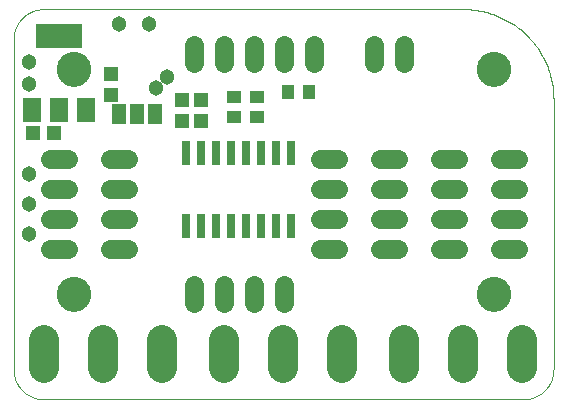
<source format=gts>
G75*
%MOIN*%
%OFA0B0*%
%FSLAX25Y25*%
%IPPOS*%
%LPD*%
%AMOC8*
5,1,8,0,0,1.08239X$1,22.5*
%
%ADD10C,0.00000*%
%ADD11C,0.11424*%
%ADD12R,0.04652X0.04534*%
%ADD13R,0.03000X0.08400*%
%ADD14R,0.04731X0.04337*%
%ADD15C,0.09849*%
%ADD16C,0.06400*%
%ADD17R,0.04337X0.04731*%
%ADD18R,0.05000X0.06700*%
%ADD19R,0.06300X0.08300*%
%ADD20R,0.15400X0.08300*%
%ADD21R,0.04534X0.04652*%
%ADD22C,0.05124*%
D10*
X0022200Y0013565D02*
X0182200Y0013565D01*
X0182442Y0013568D01*
X0182683Y0013577D01*
X0182924Y0013591D01*
X0183165Y0013612D01*
X0183405Y0013638D01*
X0183645Y0013670D01*
X0183884Y0013708D01*
X0184121Y0013751D01*
X0184358Y0013801D01*
X0184593Y0013856D01*
X0184827Y0013916D01*
X0185059Y0013983D01*
X0185290Y0014054D01*
X0185519Y0014132D01*
X0185746Y0014215D01*
X0185971Y0014303D01*
X0186194Y0014397D01*
X0186414Y0014496D01*
X0186632Y0014601D01*
X0186847Y0014710D01*
X0187060Y0014825D01*
X0187270Y0014945D01*
X0187476Y0015070D01*
X0187680Y0015200D01*
X0187881Y0015335D01*
X0188078Y0015475D01*
X0188272Y0015619D01*
X0188462Y0015768D01*
X0188648Y0015922D01*
X0188831Y0016080D01*
X0189010Y0016242D01*
X0189185Y0016409D01*
X0189356Y0016580D01*
X0189523Y0016755D01*
X0189685Y0016934D01*
X0189843Y0017117D01*
X0189997Y0017303D01*
X0190146Y0017493D01*
X0190290Y0017687D01*
X0190430Y0017884D01*
X0190565Y0018085D01*
X0190695Y0018289D01*
X0190820Y0018495D01*
X0190940Y0018705D01*
X0191055Y0018918D01*
X0191164Y0019133D01*
X0191269Y0019351D01*
X0191368Y0019571D01*
X0191462Y0019794D01*
X0191550Y0020019D01*
X0191633Y0020246D01*
X0191711Y0020475D01*
X0191782Y0020706D01*
X0191849Y0020938D01*
X0191909Y0021172D01*
X0191964Y0021407D01*
X0192014Y0021644D01*
X0192057Y0021881D01*
X0192095Y0022120D01*
X0192127Y0022360D01*
X0192153Y0022600D01*
X0192174Y0022841D01*
X0192188Y0023082D01*
X0192197Y0023323D01*
X0192200Y0023565D01*
X0192200Y0113565D01*
X0166688Y0123565D02*
X0166690Y0123713D01*
X0166696Y0123861D01*
X0166706Y0124009D01*
X0166720Y0124156D01*
X0166738Y0124303D01*
X0166759Y0124449D01*
X0166785Y0124595D01*
X0166815Y0124740D01*
X0166848Y0124884D01*
X0166886Y0125027D01*
X0166927Y0125169D01*
X0166972Y0125310D01*
X0167020Y0125450D01*
X0167073Y0125589D01*
X0167129Y0125726D01*
X0167189Y0125861D01*
X0167252Y0125995D01*
X0167319Y0126127D01*
X0167390Y0126257D01*
X0167464Y0126385D01*
X0167541Y0126511D01*
X0167622Y0126635D01*
X0167706Y0126757D01*
X0167793Y0126876D01*
X0167884Y0126993D01*
X0167978Y0127108D01*
X0168074Y0127220D01*
X0168174Y0127330D01*
X0168276Y0127436D01*
X0168382Y0127540D01*
X0168490Y0127641D01*
X0168601Y0127739D01*
X0168714Y0127835D01*
X0168830Y0127927D01*
X0168948Y0128016D01*
X0169069Y0128101D01*
X0169192Y0128184D01*
X0169317Y0128263D01*
X0169444Y0128339D01*
X0169573Y0128411D01*
X0169704Y0128480D01*
X0169837Y0128545D01*
X0169972Y0128606D01*
X0170108Y0128664D01*
X0170245Y0128719D01*
X0170384Y0128769D01*
X0170525Y0128816D01*
X0170666Y0128859D01*
X0170809Y0128899D01*
X0170953Y0128934D01*
X0171097Y0128966D01*
X0171243Y0128993D01*
X0171389Y0129017D01*
X0171536Y0129037D01*
X0171683Y0129053D01*
X0171830Y0129065D01*
X0171978Y0129073D01*
X0172126Y0129077D01*
X0172274Y0129077D01*
X0172422Y0129073D01*
X0172570Y0129065D01*
X0172717Y0129053D01*
X0172864Y0129037D01*
X0173011Y0129017D01*
X0173157Y0128993D01*
X0173303Y0128966D01*
X0173447Y0128934D01*
X0173591Y0128899D01*
X0173734Y0128859D01*
X0173875Y0128816D01*
X0174016Y0128769D01*
X0174155Y0128719D01*
X0174292Y0128664D01*
X0174428Y0128606D01*
X0174563Y0128545D01*
X0174696Y0128480D01*
X0174827Y0128411D01*
X0174956Y0128339D01*
X0175083Y0128263D01*
X0175208Y0128184D01*
X0175331Y0128101D01*
X0175452Y0128016D01*
X0175570Y0127927D01*
X0175686Y0127835D01*
X0175799Y0127739D01*
X0175910Y0127641D01*
X0176018Y0127540D01*
X0176124Y0127436D01*
X0176226Y0127330D01*
X0176326Y0127220D01*
X0176422Y0127108D01*
X0176516Y0126993D01*
X0176607Y0126876D01*
X0176694Y0126757D01*
X0176778Y0126635D01*
X0176859Y0126511D01*
X0176936Y0126385D01*
X0177010Y0126257D01*
X0177081Y0126127D01*
X0177148Y0125995D01*
X0177211Y0125861D01*
X0177271Y0125726D01*
X0177327Y0125589D01*
X0177380Y0125450D01*
X0177428Y0125310D01*
X0177473Y0125169D01*
X0177514Y0125027D01*
X0177552Y0124884D01*
X0177585Y0124740D01*
X0177615Y0124595D01*
X0177641Y0124449D01*
X0177662Y0124303D01*
X0177680Y0124156D01*
X0177694Y0124009D01*
X0177704Y0123861D01*
X0177710Y0123713D01*
X0177712Y0123565D01*
X0177710Y0123417D01*
X0177704Y0123269D01*
X0177694Y0123121D01*
X0177680Y0122974D01*
X0177662Y0122827D01*
X0177641Y0122681D01*
X0177615Y0122535D01*
X0177585Y0122390D01*
X0177552Y0122246D01*
X0177514Y0122103D01*
X0177473Y0121961D01*
X0177428Y0121820D01*
X0177380Y0121680D01*
X0177327Y0121541D01*
X0177271Y0121404D01*
X0177211Y0121269D01*
X0177148Y0121135D01*
X0177081Y0121003D01*
X0177010Y0120873D01*
X0176936Y0120745D01*
X0176859Y0120619D01*
X0176778Y0120495D01*
X0176694Y0120373D01*
X0176607Y0120254D01*
X0176516Y0120137D01*
X0176422Y0120022D01*
X0176326Y0119910D01*
X0176226Y0119800D01*
X0176124Y0119694D01*
X0176018Y0119590D01*
X0175910Y0119489D01*
X0175799Y0119391D01*
X0175686Y0119295D01*
X0175570Y0119203D01*
X0175452Y0119114D01*
X0175331Y0119029D01*
X0175208Y0118946D01*
X0175083Y0118867D01*
X0174956Y0118791D01*
X0174827Y0118719D01*
X0174696Y0118650D01*
X0174563Y0118585D01*
X0174428Y0118524D01*
X0174292Y0118466D01*
X0174155Y0118411D01*
X0174016Y0118361D01*
X0173875Y0118314D01*
X0173734Y0118271D01*
X0173591Y0118231D01*
X0173447Y0118196D01*
X0173303Y0118164D01*
X0173157Y0118137D01*
X0173011Y0118113D01*
X0172864Y0118093D01*
X0172717Y0118077D01*
X0172570Y0118065D01*
X0172422Y0118057D01*
X0172274Y0118053D01*
X0172126Y0118053D01*
X0171978Y0118057D01*
X0171830Y0118065D01*
X0171683Y0118077D01*
X0171536Y0118093D01*
X0171389Y0118113D01*
X0171243Y0118137D01*
X0171097Y0118164D01*
X0170953Y0118196D01*
X0170809Y0118231D01*
X0170666Y0118271D01*
X0170525Y0118314D01*
X0170384Y0118361D01*
X0170245Y0118411D01*
X0170108Y0118466D01*
X0169972Y0118524D01*
X0169837Y0118585D01*
X0169704Y0118650D01*
X0169573Y0118719D01*
X0169444Y0118791D01*
X0169317Y0118867D01*
X0169192Y0118946D01*
X0169069Y0119029D01*
X0168948Y0119114D01*
X0168830Y0119203D01*
X0168714Y0119295D01*
X0168601Y0119391D01*
X0168490Y0119489D01*
X0168382Y0119590D01*
X0168276Y0119694D01*
X0168174Y0119800D01*
X0168074Y0119910D01*
X0167978Y0120022D01*
X0167884Y0120137D01*
X0167793Y0120254D01*
X0167706Y0120373D01*
X0167622Y0120495D01*
X0167541Y0120619D01*
X0167464Y0120745D01*
X0167390Y0120873D01*
X0167319Y0121003D01*
X0167252Y0121135D01*
X0167189Y0121269D01*
X0167129Y0121404D01*
X0167073Y0121541D01*
X0167020Y0121680D01*
X0166972Y0121820D01*
X0166927Y0121961D01*
X0166886Y0122103D01*
X0166848Y0122246D01*
X0166815Y0122390D01*
X0166785Y0122535D01*
X0166759Y0122681D01*
X0166738Y0122827D01*
X0166720Y0122974D01*
X0166706Y0123121D01*
X0166696Y0123269D01*
X0166690Y0123417D01*
X0166688Y0123565D01*
X0162200Y0143565D02*
X0162925Y0143556D01*
X0163649Y0143530D01*
X0164373Y0143486D01*
X0165095Y0143425D01*
X0165816Y0143346D01*
X0166535Y0143250D01*
X0167251Y0143137D01*
X0167964Y0143006D01*
X0168674Y0142858D01*
X0169379Y0142693D01*
X0170081Y0142511D01*
X0170778Y0142312D01*
X0171471Y0142097D01*
X0172157Y0141864D01*
X0172838Y0141615D01*
X0173513Y0141350D01*
X0174181Y0141069D01*
X0174842Y0140771D01*
X0175496Y0140458D01*
X0176142Y0140129D01*
X0176780Y0139784D01*
X0177409Y0139424D01*
X0178029Y0139049D01*
X0178640Y0138659D01*
X0179242Y0138255D01*
X0179834Y0137836D01*
X0180415Y0137402D01*
X0180986Y0136955D01*
X0181545Y0136494D01*
X0182094Y0136020D01*
X0182630Y0135533D01*
X0183155Y0135033D01*
X0183668Y0134520D01*
X0184168Y0133995D01*
X0184655Y0133459D01*
X0185129Y0132910D01*
X0185590Y0132351D01*
X0186037Y0131780D01*
X0186471Y0131199D01*
X0186890Y0130607D01*
X0187294Y0130005D01*
X0187684Y0129394D01*
X0188059Y0128774D01*
X0188419Y0128145D01*
X0188764Y0127507D01*
X0189093Y0126861D01*
X0189406Y0126207D01*
X0189704Y0125546D01*
X0189985Y0124878D01*
X0190250Y0124203D01*
X0190499Y0123522D01*
X0190732Y0122836D01*
X0190947Y0122143D01*
X0191146Y0121446D01*
X0191328Y0120744D01*
X0191493Y0120039D01*
X0191641Y0119329D01*
X0191772Y0118616D01*
X0191885Y0117900D01*
X0191981Y0117181D01*
X0192060Y0116460D01*
X0192121Y0115738D01*
X0192165Y0115014D01*
X0192191Y0114290D01*
X0192200Y0113565D01*
X0162200Y0143565D02*
X0022200Y0143565D01*
X0021958Y0143562D01*
X0021717Y0143553D01*
X0021476Y0143539D01*
X0021235Y0143518D01*
X0020995Y0143492D01*
X0020755Y0143460D01*
X0020516Y0143422D01*
X0020279Y0143379D01*
X0020042Y0143329D01*
X0019807Y0143274D01*
X0019573Y0143214D01*
X0019341Y0143147D01*
X0019110Y0143076D01*
X0018881Y0142998D01*
X0018654Y0142915D01*
X0018429Y0142827D01*
X0018206Y0142733D01*
X0017986Y0142634D01*
X0017768Y0142529D01*
X0017553Y0142420D01*
X0017340Y0142305D01*
X0017130Y0142185D01*
X0016924Y0142060D01*
X0016720Y0141930D01*
X0016519Y0141795D01*
X0016322Y0141655D01*
X0016128Y0141511D01*
X0015938Y0141362D01*
X0015752Y0141208D01*
X0015569Y0141050D01*
X0015390Y0140888D01*
X0015215Y0140721D01*
X0015044Y0140550D01*
X0014877Y0140375D01*
X0014715Y0140196D01*
X0014557Y0140013D01*
X0014403Y0139827D01*
X0014254Y0139637D01*
X0014110Y0139443D01*
X0013970Y0139246D01*
X0013835Y0139045D01*
X0013705Y0138841D01*
X0013580Y0138635D01*
X0013460Y0138425D01*
X0013345Y0138212D01*
X0013236Y0137997D01*
X0013131Y0137779D01*
X0013032Y0137559D01*
X0012938Y0137336D01*
X0012850Y0137111D01*
X0012767Y0136884D01*
X0012689Y0136655D01*
X0012618Y0136424D01*
X0012551Y0136192D01*
X0012491Y0135958D01*
X0012436Y0135723D01*
X0012386Y0135486D01*
X0012343Y0135249D01*
X0012305Y0135010D01*
X0012273Y0134770D01*
X0012247Y0134530D01*
X0012226Y0134289D01*
X0012212Y0134048D01*
X0012203Y0133807D01*
X0012200Y0133565D01*
X0012200Y0023565D01*
X0012203Y0023323D01*
X0012212Y0023082D01*
X0012226Y0022841D01*
X0012247Y0022600D01*
X0012273Y0022360D01*
X0012305Y0022120D01*
X0012343Y0021881D01*
X0012386Y0021644D01*
X0012436Y0021407D01*
X0012491Y0021172D01*
X0012551Y0020938D01*
X0012618Y0020706D01*
X0012689Y0020475D01*
X0012767Y0020246D01*
X0012850Y0020019D01*
X0012938Y0019794D01*
X0013032Y0019571D01*
X0013131Y0019351D01*
X0013236Y0019133D01*
X0013345Y0018918D01*
X0013460Y0018705D01*
X0013580Y0018495D01*
X0013705Y0018289D01*
X0013835Y0018085D01*
X0013970Y0017884D01*
X0014110Y0017687D01*
X0014254Y0017493D01*
X0014403Y0017303D01*
X0014557Y0017117D01*
X0014715Y0016934D01*
X0014877Y0016755D01*
X0015044Y0016580D01*
X0015215Y0016409D01*
X0015390Y0016242D01*
X0015569Y0016080D01*
X0015752Y0015922D01*
X0015938Y0015768D01*
X0016128Y0015619D01*
X0016322Y0015475D01*
X0016519Y0015335D01*
X0016720Y0015200D01*
X0016924Y0015070D01*
X0017130Y0014945D01*
X0017340Y0014825D01*
X0017553Y0014710D01*
X0017768Y0014601D01*
X0017986Y0014496D01*
X0018206Y0014397D01*
X0018429Y0014303D01*
X0018654Y0014215D01*
X0018881Y0014132D01*
X0019110Y0014054D01*
X0019341Y0013983D01*
X0019573Y0013916D01*
X0019807Y0013856D01*
X0020042Y0013801D01*
X0020279Y0013751D01*
X0020516Y0013708D01*
X0020755Y0013670D01*
X0020995Y0013638D01*
X0021235Y0013612D01*
X0021476Y0013591D01*
X0021717Y0013577D01*
X0021958Y0013568D01*
X0022200Y0013565D01*
X0026688Y0048565D02*
X0026690Y0048713D01*
X0026696Y0048861D01*
X0026706Y0049009D01*
X0026720Y0049156D01*
X0026738Y0049303D01*
X0026759Y0049449D01*
X0026785Y0049595D01*
X0026815Y0049740D01*
X0026848Y0049884D01*
X0026886Y0050027D01*
X0026927Y0050169D01*
X0026972Y0050310D01*
X0027020Y0050450D01*
X0027073Y0050589D01*
X0027129Y0050726D01*
X0027189Y0050861D01*
X0027252Y0050995D01*
X0027319Y0051127D01*
X0027390Y0051257D01*
X0027464Y0051385D01*
X0027541Y0051511D01*
X0027622Y0051635D01*
X0027706Y0051757D01*
X0027793Y0051876D01*
X0027884Y0051993D01*
X0027978Y0052108D01*
X0028074Y0052220D01*
X0028174Y0052330D01*
X0028276Y0052436D01*
X0028382Y0052540D01*
X0028490Y0052641D01*
X0028601Y0052739D01*
X0028714Y0052835D01*
X0028830Y0052927D01*
X0028948Y0053016D01*
X0029069Y0053101D01*
X0029192Y0053184D01*
X0029317Y0053263D01*
X0029444Y0053339D01*
X0029573Y0053411D01*
X0029704Y0053480D01*
X0029837Y0053545D01*
X0029972Y0053606D01*
X0030108Y0053664D01*
X0030245Y0053719D01*
X0030384Y0053769D01*
X0030525Y0053816D01*
X0030666Y0053859D01*
X0030809Y0053899D01*
X0030953Y0053934D01*
X0031097Y0053966D01*
X0031243Y0053993D01*
X0031389Y0054017D01*
X0031536Y0054037D01*
X0031683Y0054053D01*
X0031830Y0054065D01*
X0031978Y0054073D01*
X0032126Y0054077D01*
X0032274Y0054077D01*
X0032422Y0054073D01*
X0032570Y0054065D01*
X0032717Y0054053D01*
X0032864Y0054037D01*
X0033011Y0054017D01*
X0033157Y0053993D01*
X0033303Y0053966D01*
X0033447Y0053934D01*
X0033591Y0053899D01*
X0033734Y0053859D01*
X0033875Y0053816D01*
X0034016Y0053769D01*
X0034155Y0053719D01*
X0034292Y0053664D01*
X0034428Y0053606D01*
X0034563Y0053545D01*
X0034696Y0053480D01*
X0034827Y0053411D01*
X0034956Y0053339D01*
X0035083Y0053263D01*
X0035208Y0053184D01*
X0035331Y0053101D01*
X0035452Y0053016D01*
X0035570Y0052927D01*
X0035686Y0052835D01*
X0035799Y0052739D01*
X0035910Y0052641D01*
X0036018Y0052540D01*
X0036124Y0052436D01*
X0036226Y0052330D01*
X0036326Y0052220D01*
X0036422Y0052108D01*
X0036516Y0051993D01*
X0036607Y0051876D01*
X0036694Y0051757D01*
X0036778Y0051635D01*
X0036859Y0051511D01*
X0036936Y0051385D01*
X0037010Y0051257D01*
X0037081Y0051127D01*
X0037148Y0050995D01*
X0037211Y0050861D01*
X0037271Y0050726D01*
X0037327Y0050589D01*
X0037380Y0050450D01*
X0037428Y0050310D01*
X0037473Y0050169D01*
X0037514Y0050027D01*
X0037552Y0049884D01*
X0037585Y0049740D01*
X0037615Y0049595D01*
X0037641Y0049449D01*
X0037662Y0049303D01*
X0037680Y0049156D01*
X0037694Y0049009D01*
X0037704Y0048861D01*
X0037710Y0048713D01*
X0037712Y0048565D01*
X0037710Y0048417D01*
X0037704Y0048269D01*
X0037694Y0048121D01*
X0037680Y0047974D01*
X0037662Y0047827D01*
X0037641Y0047681D01*
X0037615Y0047535D01*
X0037585Y0047390D01*
X0037552Y0047246D01*
X0037514Y0047103D01*
X0037473Y0046961D01*
X0037428Y0046820D01*
X0037380Y0046680D01*
X0037327Y0046541D01*
X0037271Y0046404D01*
X0037211Y0046269D01*
X0037148Y0046135D01*
X0037081Y0046003D01*
X0037010Y0045873D01*
X0036936Y0045745D01*
X0036859Y0045619D01*
X0036778Y0045495D01*
X0036694Y0045373D01*
X0036607Y0045254D01*
X0036516Y0045137D01*
X0036422Y0045022D01*
X0036326Y0044910D01*
X0036226Y0044800D01*
X0036124Y0044694D01*
X0036018Y0044590D01*
X0035910Y0044489D01*
X0035799Y0044391D01*
X0035686Y0044295D01*
X0035570Y0044203D01*
X0035452Y0044114D01*
X0035331Y0044029D01*
X0035208Y0043946D01*
X0035083Y0043867D01*
X0034956Y0043791D01*
X0034827Y0043719D01*
X0034696Y0043650D01*
X0034563Y0043585D01*
X0034428Y0043524D01*
X0034292Y0043466D01*
X0034155Y0043411D01*
X0034016Y0043361D01*
X0033875Y0043314D01*
X0033734Y0043271D01*
X0033591Y0043231D01*
X0033447Y0043196D01*
X0033303Y0043164D01*
X0033157Y0043137D01*
X0033011Y0043113D01*
X0032864Y0043093D01*
X0032717Y0043077D01*
X0032570Y0043065D01*
X0032422Y0043057D01*
X0032274Y0043053D01*
X0032126Y0043053D01*
X0031978Y0043057D01*
X0031830Y0043065D01*
X0031683Y0043077D01*
X0031536Y0043093D01*
X0031389Y0043113D01*
X0031243Y0043137D01*
X0031097Y0043164D01*
X0030953Y0043196D01*
X0030809Y0043231D01*
X0030666Y0043271D01*
X0030525Y0043314D01*
X0030384Y0043361D01*
X0030245Y0043411D01*
X0030108Y0043466D01*
X0029972Y0043524D01*
X0029837Y0043585D01*
X0029704Y0043650D01*
X0029573Y0043719D01*
X0029444Y0043791D01*
X0029317Y0043867D01*
X0029192Y0043946D01*
X0029069Y0044029D01*
X0028948Y0044114D01*
X0028830Y0044203D01*
X0028714Y0044295D01*
X0028601Y0044391D01*
X0028490Y0044489D01*
X0028382Y0044590D01*
X0028276Y0044694D01*
X0028174Y0044800D01*
X0028074Y0044910D01*
X0027978Y0045022D01*
X0027884Y0045137D01*
X0027793Y0045254D01*
X0027706Y0045373D01*
X0027622Y0045495D01*
X0027541Y0045619D01*
X0027464Y0045745D01*
X0027390Y0045873D01*
X0027319Y0046003D01*
X0027252Y0046135D01*
X0027189Y0046269D01*
X0027129Y0046404D01*
X0027073Y0046541D01*
X0027020Y0046680D01*
X0026972Y0046820D01*
X0026927Y0046961D01*
X0026886Y0047103D01*
X0026848Y0047246D01*
X0026815Y0047390D01*
X0026785Y0047535D01*
X0026759Y0047681D01*
X0026738Y0047827D01*
X0026720Y0047974D01*
X0026706Y0048121D01*
X0026696Y0048269D01*
X0026690Y0048417D01*
X0026688Y0048565D01*
X0026688Y0123565D02*
X0026690Y0123713D01*
X0026696Y0123861D01*
X0026706Y0124009D01*
X0026720Y0124156D01*
X0026738Y0124303D01*
X0026759Y0124449D01*
X0026785Y0124595D01*
X0026815Y0124740D01*
X0026848Y0124884D01*
X0026886Y0125027D01*
X0026927Y0125169D01*
X0026972Y0125310D01*
X0027020Y0125450D01*
X0027073Y0125589D01*
X0027129Y0125726D01*
X0027189Y0125861D01*
X0027252Y0125995D01*
X0027319Y0126127D01*
X0027390Y0126257D01*
X0027464Y0126385D01*
X0027541Y0126511D01*
X0027622Y0126635D01*
X0027706Y0126757D01*
X0027793Y0126876D01*
X0027884Y0126993D01*
X0027978Y0127108D01*
X0028074Y0127220D01*
X0028174Y0127330D01*
X0028276Y0127436D01*
X0028382Y0127540D01*
X0028490Y0127641D01*
X0028601Y0127739D01*
X0028714Y0127835D01*
X0028830Y0127927D01*
X0028948Y0128016D01*
X0029069Y0128101D01*
X0029192Y0128184D01*
X0029317Y0128263D01*
X0029444Y0128339D01*
X0029573Y0128411D01*
X0029704Y0128480D01*
X0029837Y0128545D01*
X0029972Y0128606D01*
X0030108Y0128664D01*
X0030245Y0128719D01*
X0030384Y0128769D01*
X0030525Y0128816D01*
X0030666Y0128859D01*
X0030809Y0128899D01*
X0030953Y0128934D01*
X0031097Y0128966D01*
X0031243Y0128993D01*
X0031389Y0129017D01*
X0031536Y0129037D01*
X0031683Y0129053D01*
X0031830Y0129065D01*
X0031978Y0129073D01*
X0032126Y0129077D01*
X0032274Y0129077D01*
X0032422Y0129073D01*
X0032570Y0129065D01*
X0032717Y0129053D01*
X0032864Y0129037D01*
X0033011Y0129017D01*
X0033157Y0128993D01*
X0033303Y0128966D01*
X0033447Y0128934D01*
X0033591Y0128899D01*
X0033734Y0128859D01*
X0033875Y0128816D01*
X0034016Y0128769D01*
X0034155Y0128719D01*
X0034292Y0128664D01*
X0034428Y0128606D01*
X0034563Y0128545D01*
X0034696Y0128480D01*
X0034827Y0128411D01*
X0034956Y0128339D01*
X0035083Y0128263D01*
X0035208Y0128184D01*
X0035331Y0128101D01*
X0035452Y0128016D01*
X0035570Y0127927D01*
X0035686Y0127835D01*
X0035799Y0127739D01*
X0035910Y0127641D01*
X0036018Y0127540D01*
X0036124Y0127436D01*
X0036226Y0127330D01*
X0036326Y0127220D01*
X0036422Y0127108D01*
X0036516Y0126993D01*
X0036607Y0126876D01*
X0036694Y0126757D01*
X0036778Y0126635D01*
X0036859Y0126511D01*
X0036936Y0126385D01*
X0037010Y0126257D01*
X0037081Y0126127D01*
X0037148Y0125995D01*
X0037211Y0125861D01*
X0037271Y0125726D01*
X0037327Y0125589D01*
X0037380Y0125450D01*
X0037428Y0125310D01*
X0037473Y0125169D01*
X0037514Y0125027D01*
X0037552Y0124884D01*
X0037585Y0124740D01*
X0037615Y0124595D01*
X0037641Y0124449D01*
X0037662Y0124303D01*
X0037680Y0124156D01*
X0037694Y0124009D01*
X0037704Y0123861D01*
X0037710Y0123713D01*
X0037712Y0123565D01*
X0037710Y0123417D01*
X0037704Y0123269D01*
X0037694Y0123121D01*
X0037680Y0122974D01*
X0037662Y0122827D01*
X0037641Y0122681D01*
X0037615Y0122535D01*
X0037585Y0122390D01*
X0037552Y0122246D01*
X0037514Y0122103D01*
X0037473Y0121961D01*
X0037428Y0121820D01*
X0037380Y0121680D01*
X0037327Y0121541D01*
X0037271Y0121404D01*
X0037211Y0121269D01*
X0037148Y0121135D01*
X0037081Y0121003D01*
X0037010Y0120873D01*
X0036936Y0120745D01*
X0036859Y0120619D01*
X0036778Y0120495D01*
X0036694Y0120373D01*
X0036607Y0120254D01*
X0036516Y0120137D01*
X0036422Y0120022D01*
X0036326Y0119910D01*
X0036226Y0119800D01*
X0036124Y0119694D01*
X0036018Y0119590D01*
X0035910Y0119489D01*
X0035799Y0119391D01*
X0035686Y0119295D01*
X0035570Y0119203D01*
X0035452Y0119114D01*
X0035331Y0119029D01*
X0035208Y0118946D01*
X0035083Y0118867D01*
X0034956Y0118791D01*
X0034827Y0118719D01*
X0034696Y0118650D01*
X0034563Y0118585D01*
X0034428Y0118524D01*
X0034292Y0118466D01*
X0034155Y0118411D01*
X0034016Y0118361D01*
X0033875Y0118314D01*
X0033734Y0118271D01*
X0033591Y0118231D01*
X0033447Y0118196D01*
X0033303Y0118164D01*
X0033157Y0118137D01*
X0033011Y0118113D01*
X0032864Y0118093D01*
X0032717Y0118077D01*
X0032570Y0118065D01*
X0032422Y0118057D01*
X0032274Y0118053D01*
X0032126Y0118053D01*
X0031978Y0118057D01*
X0031830Y0118065D01*
X0031683Y0118077D01*
X0031536Y0118093D01*
X0031389Y0118113D01*
X0031243Y0118137D01*
X0031097Y0118164D01*
X0030953Y0118196D01*
X0030809Y0118231D01*
X0030666Y0118271D01*
X0030525Y0118314D01*
X0030384Y0118361D01*
X0030245Y0118411D01*
X0030108Y0118466D01*
X0029972Y0118524D01*
X0029837Y0118585D01*
X0029704Y0118650D01*
X0029573Y0118719D01*
X0029444Y0118791D01*
X0029317Y0118867D01*
X0029192Y0118946D01*
X0029069Y0119029D01*
X0028948Y0119114D01*
X0028830Y0119203D01*
X0028714Y0119295D01*
X0028601Y0119391D01*
X0028490Y0119489D01*
X0028382Y0119590D01*
X0028276Y0119694D01*
X0028174Y0119800D01*
X0028074Y0119910D01*
X0027978Y0120022D01*
X0027884Y0120137D01*
X0027793Y0120254D01*
X0027706Y0120373D01*
X0027622Y0120495D01*
X0027541Y0120619D01*
X0027464Y0120745D01*
X0027390Y0120873D01*
X0027319Y0121003D01*
X0027252Y0121135D01*
X0027189Y0121269D01*
X0027129Y0121404D01*
X0027073Y0121541D01*
X0027020Y0121680D01*
X0026972Y0121820D01*
X0026927Y0121961D01*
X0026886Y0122103D01*
X0026848Y0122246D01*
X0026815Y0122390D01*
X0026785Y0122535D01*
X0026759Y0122681D01*
X0026738Y0122827D01*
X0026720Y0122974D01*
X0026706Y0123121D01*
X0026696Y0123269D01*
X0026690Y0123417D01*
X0026688Y0123565D01*
X0166688Y0048565D02*
X0166690Y0048713D01*
X0166696Y0048861D01*
X0166706Y0049009D01*
X0166720Y0049156D01*
X0166738Y0049303D01*
X0166759Y0049449D01*
X0166785Y0049595D01*
X0166815Y0049740D01*
X0166848Y0049884D01*
X0166886Y0050027D01*
X0166927Y0050169D01*
X0166972Y0050310D01*
X0167020Y0050450D01*
X0167073Y0050589D01*
X0167129Y0050726D01*
X0167189Y0050861D01*
X0167252Y0050995D01*
X0167319Y0051127D01*
X0167390Y0051257D01*
X0167464Y0051385D01*
X0167541Y0051511D01*
X0167622Y0051635D01*
X0167706Y0051757D01*
X0167793Y0051876D01*
X0167884Y0051993D01*
X0167978Y0052108D01*
X0168074Y0052220D01*
X0168174Y0052330D01*
X0168276Y0052436D01*
X0168382Y0052540D01*
X0168490Y0052641D01*
X0168601Y0052739D01*
X0168714Y0052835D01*
X0168830Y0052927D01*
X0168948Y0053016D01*
X0169069Y0053101D01*
X0169192Y0053184D01*
X0169317Y0053263D01*
X0169444Y0053339D01*
X0169573Y0053411D01*
X0169704Y0053480D01*
X0169837Y0053545D01*
X0169972Y0053606D01*
X0170108Y0053664D01*
X0170245Y0053719D01*
X0170384Y0053769D01*
X0170525Y0053816D01*
X0170666Y0053859D01*
X0170809Y0053899D01*
X0170953Y0053934D01*
X0171097Y0053966D01*
X0171243Y0053993D01*
X0171389Y0054017D01*
X0171536Y0054037D01*
X0171683Y0054053D01*
X0171830Y0054065D01*
X0171978Y0054073D01*
X0172126Y0054077D01*
X0172274Y0054077D01*
X0172422Y0054073D01*
X0172570Y0054065D01*
X0172717Y0054053D01*
X0172864Y0054037D01*
X0173011Y0054017D01*
X0173157Y0053993D01*
X0173303Y0053966D01*
X0173447Y0053934D01*
X0173591Y0053899D01*
X0173734Y0053859D01*
X0173875Y0053816D01*
X0174016Y0053769D01*
X0174155Y0053719D01*
X0174292Y0053664D01*
X0174428Y0053606D01*
X0174563Y0053545D01*
X0174696Y0053480D01*
X0174827Y0053411D01*
X0174956Y0053339D01*
X0175083Y0053263D01*
X0175208Y0053184D01*
X0175331Y0053101D01*
X0175452Y0053016D01*
X0175570Y0052927D01*
X0175686Y0052835D01*
X0175799Y0052739D01*
X0175910Y0052641D01*
X0176018Y0052540D01*
X0176124Y0052436D01*
X0176226Y0052330D01*
X0176326Y0052220D01*
X0176422Y0052108D01*
X0176516Y0051993D01*
X0176607Y0051876D01*
X0176694Y0051757D01*
X0176778Y0051635D01*
X0176859Y0051511D01*
X0176936Y0051385D01*
X0177010Y0051257D01*
X0177081Y0051127D01*
X0177148Y0050995D01*
X0177211Y0050861D01*
X0177271Y0050726D01*
X0177327Y0050589D01*
X0177380Y0050450D01*
X0177428Y0050310D01*
X0177473Y0050169D01*
X0177514Y0050027D01*
X0177552Y0049884D01*
X0177585Y0049740D01*
X0177615Y0049595D01*
X0177641Y0049449D01*
X0177662Y0049303D01*
X0177680Y0049156D01*
X0177694Y0049009D01*
X0177704Y0048861D01*
X0177710Y0048713D01*
X0177712Y0048565D01*
X0177710Y0048417D01*
X0177704Y0048269D01*
X0177694Y0048121D01*
X0177680Y0047974D01*
X0177662Y0047827D01*
X0177641Y0047681D01*
X0177615Y0047535D01*
X0177585Y0047390D01*
X0177552Y0047246D01*
X0177514Y0047103D01*
X0177473Y0046961D01*
X0177428Y0046820D01*
X0177380Y0046680D01*
X0177327Y0046541D01*
X0177271Y0046404D01*
X0177211Y0046269D01*
X0177148Y0046135D01*
X0177081Y0046003D01*
X0177010Y0045873D01*
X0176936Y0045745D01*
X0176859Y0045619D01*
X0176778Y0045495D01*
X0176694Y0045373D01*
X0176607Y0045254D01*
X0176516Y0045137D01*
X0176422Y0045022D01*
X0176326Y0044910D01*
X0176226Y0044800D01*
X0176124Y0044694D01*
X0176018Y0044590D01*
X0175910Y0044489D01*
X0175799Y0044391D01*
X0175686Y0044295D01*
X0175570Y0044203D01*
X0175452Y0044114D01*
X0175331Y0044029D01*
X0175208Y0043946D01*
X0175083Y0043867D01*
X0174956Y0043791D01*
X0174827Y0043719D01*
X0174696Y0043650D01*
X0174563Y0043585D01*
X0174428Y0043524D01*
X0174292Y0043466D01*
X0174155Y0043411D01*
X0174016Y0043361D01*
X0173875Y0043314D01*
X0173734Y0043271D01*
X0173591Y0043231D01*
X0173447Y0043196D01*
X0173303Y0043164D01*
X0173157Y0043137D01*
X0173011Y0043113D01*
X0172864Y0043093D01*
X0172717Y0043077D01*
X0172570Y0043065D01*
X0172422Y0043057D01*
X0172274Y0043053D01*
X0172126Y0043053D01*
X0171978Y0043057D01*
X0171830Y0043065D01*
X0171683Y0043077D01*
X0171536Y0043093D01*
X0171389Y0043113D01*
X0171243Y0043137D01*
X0171097Y0043164D01*
X0170953Y0043196D01*
X0170809Y0043231D01*
X0170666Y0043271D01*
X0170525Y0043314D01*
X0170384Y0043361D01*
X0170245Y0043411D01*
X0170108Y0043466D01*
X0169972Y0043524D01*
X0169837Y0043585D01*
X0169704Y0043650D01*
X0169573Y0043719D01*
X0169444Y0043791D01*
X0169317Y0043867D01*
X0169192Y0043946D01*
X0169069Y0044029D01*
X0168948Y0044114D01*
X0168830Y0044203D01*
X0168714Y0044295D01*
X0168601Y0044391D01*
X0168490Y0044489D01*
X0168382Y0044590D01*
X0168276Y0044694D01*
X0168174Y0044800D01*
X0168074Y0044910D01*
X0167978Y0045022D01*
X0167884Y0045137D01*
X0167793Y0045254D01*
X0167706Y0045373D01*
X0167622Y0045495D01*
X0167541Y0045619D01*
X0167464Y0045745D01*
X0167390Y0045873D01*
X0167319Y0046003D01*
X0167252Y0046135D01*
X0167189Y0046269D01*
X0167129Y0046404D01*
X0167073Y0046541D01*
X0167020Y0046680D01*
X0166972Y0046820D01*
X0166927Y0046961D01*
X0166886Y0047103D01*
X0166848Y0047246D01*
X0166815Y0047390D01*
X0166785Y0047535D01*
X0166759Y0047681D01*
X0166738Y0047827D01*
X0166720Y0047974D01*
X0166706Y0048121D01*
X0166696Y0048269D01*
X0166690Y0048417D01*
X0166688Y0048565D01*
D11*
X0172200Y0048565D03*
X0172200Y0123565D03*
X0032200Y0123565D03*
X0032200Y0048565D03*
D12*
X0068450Y0106370D03*
X0074700Y0106370D03*
X0074700Y0113260D03*
X0068450Y0113260D03*
X0044700Y0115120D03*
X0044700Y0122010D03*
D13*
X0069700Y0095665D03*
X0074700Y0095665D03*
X0079700Y0095665D03*
X0084700Y0095665D03*
X0089700Y0095665D03*
X0094700Y0095665D03*
X0099700Y0095665D03*
X0104700Y0095665D03*
X0104700Y0071465D03*
X0099700Y0071465D03*
X0094700Y0071465D03*
X0089700Y0071465D03*
X0084700Y0071465D03*
X0079700Y0071465D03*
X0074700Y0071465D03*
X0069700Y0071465D03*
D14*
X0085700Y0107719D03*
X0085700Y0114412D03*
X0093450Y0114412D03*
X0093450Y0107719D03*
D15*
X0102043Y0033290D02*
X0102043Y0023841D01*
X0121728Y0023841D02*
X0121728Y0033290D01*
X0142357Y0033290D02*
X0142357Y0023841D01*
X0162043Y0023841D02*
X0162043Y0033290D01*
X0181728Y0033290D02*
X0181728Y0023841D01*
X0082357Y0023841D02*
X0082357Y0033290D01*
X0061728Y0033290D02*
X0061728Y0023841D01*
X0042043Y0023841D02*
X0042043Y0033290D01*
X0022357Y0033290D02*
X0022357Y0023841D01*
D16*
X0072200Y0045565D02*
X0072200Y0051565D01*
X0082200Y0051565D02*
X0082200Y0045565D01*
X0092200Y0045565D02*
X0092200Y0051565D01*
X0102200Y0051565D02*
X0102200Y0045565D01*
X0114200Y0063565D02*
X0120200Y0063565D01*
X0120200Y0073565D02*
X0114200Y0073565D01*
X0114200Y0083565D02*
X0120200Y0083565D01*
X0134200Y0083565D02*
X0140200Y0083565D01*
X0154200Y0083565D02*
X0160200Y0083565D01*
X0160200Y0073565D02*
X0154200Y0073565D01*
X0154200Y0063565D02*
X0160200Y0063565D01*
X0174200Y0063565D02*
X0180200Y0063565D01*
X0180200Y0073565D02*
X0174200Y0073565D01*
X0174200Y0083565D02*
X0180200Y0083565D01*
X0180200Y0093565D02*
X0174200Y0093565D01*
X0160200Y0093565D02*
X0154200Y0093565D01*
X0140200Y0093565D02*
X0134200Y0093565D01*
X0120200Y0093565D02*
X0114200Y0093565D01*
X0134200Y0073565D02*
X0140200Y0073565D01*
X0140200Y0063565D02*
X0134200Y0063565D01*
X0050200Y0063565D02*
X0044200Y0063565D01*
X0044200Y0073565D02*
X0050200Y0073565D01*
X0050200Y0083565D02*
X0044200Y0083565D01*
X0030200Y0083565D02*
X0024200Y0083565D01*
X0024200Y0073565D02*
X0030200Y0073565D01*
X0030200Y0063565D02*
X0024200Y0063565D01*
X0024200Y0093565D02*
X0030200Y0093565D01*
X0044200Y0093565D02*
X0050200Y0093565D01*
X0072200Y0125565D02*
X0072200Y0131565D01*
X0082200Y0131565D02*
X0082200Y0125565D01*
X0092200Y0125565D02*
X0092200Y0131565D01*
X0102200Y0131565D02*
X0102200Y0125565D01*
X0112200Y0125565D02*
X0112200Y0131565D01*
X0132200Y0131565D02*
X0132200Y0125565D01*
X0142200Y0125565D02*
X0142200Y0131565D01*
D17*
X0110546Y0116065D03*
X0103854Y0116065D03*
D18*
X0059450Y0108565D03*
X0053450Y0108565D03*
X0047450Y0108565D03*
D19*
X0036300Y0109915D03*
X0027300Y0109915D03*
X0018300Y0109915D03*
D20*
X0027200Y0134715D03*
D21*
X0025645Y0102315D03*
X0018755Y0102315D03*
D22*
X0017200Y0088565D03*
X0017200Y0078565D03*
X0017200Y0068565D03*
X0059700Y0117315D03*
X0063450Y0121065D03*
X0057200Y0138565D03*
X0047200Y0138565D03*
X0017200Y0126065D03*
X0017200Y0118565D03*
M02*

</source>
